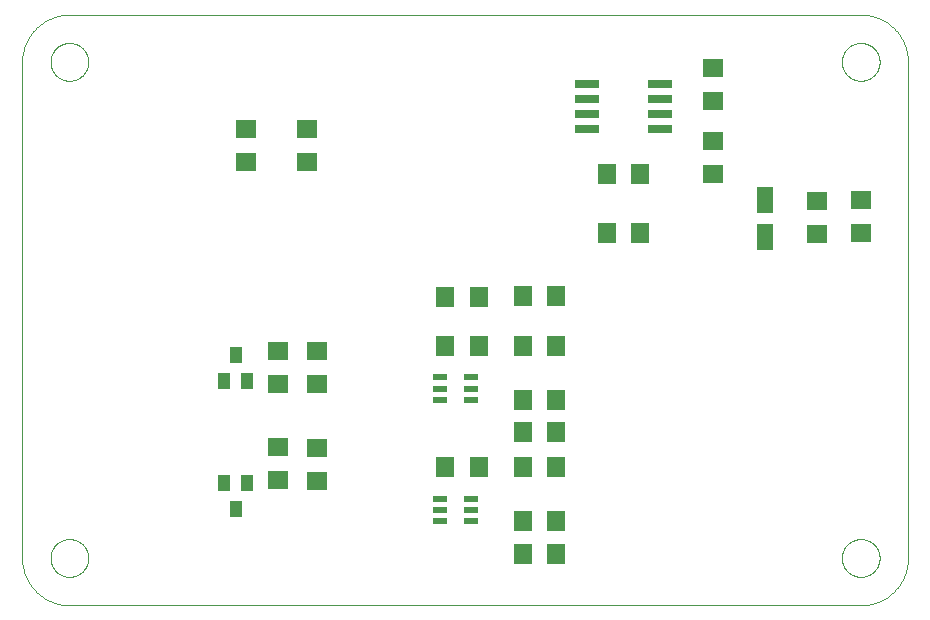
<source format=gtp>
G75*
%MOIN*%
%OFA0B0*%
%FSLAX25Y25*%
%IPPOS*%
%LPD*%
%AMOC8*
5,1,8,0,0,1.08239X$1,22.5*
%
%ADD10R,0.04803X0.02441*%
%ADD11R,0.03937X0.05512*%
%ADD12R,0.05512X0.08661*%
%ADD13R,0.06299X0.07098*%
%ADD14R,0.07098X0.06299*%
%ADD15R,0.07087X0.06299*%
%ADD16R,0.08000X0.02600*%
%ADD17R,0.06299X0.07087*%
%ADD18C,0.00000*%
D10*
X0211432Y0078700D03*
X0211432Y0082440D03*
X0211432Y0086180D03*
X0221668Y0086180D03*
X0221668Y0082440D03*
X0221668Y0078700D03*
X0221668Y0119200D03*
X0221668Y0122940D03*
X0221668Y0126680D03*
X0211432Y0126680D03*
X0211432Y0122940D03*
X0211432Y0119200D03*
D11*
X0146970Y0125349D03*
X0139490Y0125349D03*
X0143230Y0134011D03*
X0139490Y0091481D03*
X0146970Y0091481D03*
X0143230Y0082819D03*
D12*
X0319630Y0173291D03*
X0319630Y0185889D03*
D13*
X0250148Y0153690D03*
X0238952Y0153690D03*
X0224398Y0153440D03*
X0213202Y0153440D03*
X0213202Y0137190D03*
X0224398Y0137190D03*
X0238952Y0137190D03*
X0250148Y0137190D03*
X0250148Y0119190D03*
X0238952Y0119190D03*
X0238952Y0108440D03*
X0250148Y0108440D03*
X0250148Y0096690D03*
X0238952Y0096690D03*
X0224398Y0096690D03*
X0213202Y0096690D03*
X0238952Y0078690D03*
X0250148Y0078690D03*
X0250148Y0067690D03*
X0238952Y0067690D03*
D14*
X0170230Y0092052D03*
X0157230Y0092302D03*
X0157230Y0103498D03*
X0170230Y0103248D03*
X0170230Y0124362D03*
X0157230Y0124302D03*
X0157230Y0135498D03*
X0170230Y0135558D03*
X0167150Y0198332D03*
X0167150Y0209528D03*
X0146840Y0209528D03*
X0146840Y0198332D03*
D15*
X0302480Y0194448D03*
X0302480Y0205472D03*
X0302450Y0218638D03*
X0302450Y0229662D03*
X0336980Y0185352D03*
X0351740Y0185772D03*
X0351740Y0174748D03*
X0336980Y0174328D03*
D16*
X0284710Y0209450D03*
X0284710Y0214450D03*
X0284710Y0219450D03*
X0284710Y0224450D03*
X0260510Y0224450D03*
X0260510Y0219450D03*
X0260510Y0214450D03*
X0260510Y0209450D03*
D17*
X0267128Y0194380D03*
X0278152Y0194380D03*
X0278062Y0174900D03*
X0267038Y0174900D03*
D18*
X0351628Y0050700D02*
X0087848Y0050700D01*
X0081549Y0066448D02*
X0081551Y0066606D01*
X0081557Y0066764D01*
X0081567Y0066922D01*
X0081581Y0067080D01*
X0081599Y0067237D01*
X0081620Y0067394D01*
X0081646Y0067550D01*
X0081676Y0067706D01*
X0081709Y0067861D01*
X0081747Y0068014D01*
X0081788Y0068167D01*
X0081833Y0068319D01*
X0081882Y0068470D01*
X0081935Y0068619D01*
X0081991Y0068767D01*
X0082051Y0068913D01*
X0082115Y0069058D01*
X0082183Y0069201D01*
X0082254Y0069343D01*
X0082328Y0069483D01*
X0082406Y0069620D01*
X0082488Y0069756D01*
X0082572Y0069890D01*
X0082661Y0070021D01*
X0082752Y0070150D01*
X0082847Y0070277D01*
X0082944Y0070402D01*
X0083045Y0070524D01*
X0083149Y0070643D01*
X0083256Y0070760D01*
X0083366Y0070874D01*
X0083479Y0070985D01*
X0083594Y0071094D01*
X0083712Y0071199D01*
X0083833Y0071301D01*
X0083956Y0071401D01*
X0084082Y0071497D01*
X0084210Y0071590D01*
X0084340Y0071680D01*
X0084473Y0071766D01*
X0084608Y0071850D01*
X0084744Y0071929D01*
X0084883Y0072006D01*
X0085024Y0072078D01*
X0085166Y0072148D01*
X0085310Y0072213D01*
X0085456Y0072275D01*
X0085603Y0072333D01*
X0085752Y0072388D01*
X0085902Y0072439D01*
X0086053Y0072486D01*
X0086205Y0072529D01*
X0086358Y0072568D01*
X0086513Y0072604D01*
X0086668Y0072635D01*
X0086824Y0072663D01*
X0086980Y0072687D01*
X0087137Y0072707D01*
X0087295Y0072723D01*
X0087452Y0072735D01*
X0087611Y0072743D01*
X0087769Y0072747D01*
X0087927Y0072747D01*
X0088085Y0072743D01*
X0088244Y0072735D01*
X0088401Y0072723D01*
X0088559Y0072707D01*
X0088716Y0072687D01*
X0088872Y0072663D01*
X0089028Y0072635D01*
X0089183Y0072604D01*
X0089338Y0072568D01*
X0089491Y0072529D01*
X0089643Y0072486D01*
X0089794Y0072439D01*
X0089944Y0072388D01*
X0090093Y0072333D01*
X0090240Y0072275D01*
X0090386Y0072213D01*
X0090530Y0072148D01*
X0090672Y0072078D01*
X0090813Y0072006D01*
X0090952Y0071929D01*
X0091088Y0071850D01*
X0091223Y0071766D01*
X0091356Y0071680D01*
X0091486Y0071590D01*
X0091614Y0071497D01*
X0091740Y0071401D01*
X0091863Y0071301D01*
X0091984Y0071199D01*
X0092102Y0071094D01*
X0092217Y0070985D01*
X0092330Y0070874D01*
X0092440Y0070760D01*
X0092547Y0070643D01*
X0092651Y0070524D01*
X0092752Y0070402D01*
X0092849Y0070277D01*
X0092944Y0070150D01*
X0093035Y0070021D01*
X0093124Y0069890D01*
X0093208Y0069756D01*
X0093290Y0069620D01*
X0093368Y0069483D01*
X0093442Y0069343D01*
X0093513Y0069201D01*
X0093581Y0069058D01*
X0093645Y0068913D01*
X0093705Y0068767D01*
X0093761Y0068619D01*
X0093814Y0068470D01*
X0093863Y0068319D01*
X0093908Y0068167D01*
X0093949Y0068014D01*
X0093987Y0067861D01*
X0094020Y0067706D01*
X0094050Y0067550D01*
X0094076Y0067394D01*
X0094097Y0067237D01*
X0094115Y0067080D01*
X0094129Y0066922D01*
X0094139Y0066764D01*
X0094145Y0066606D01*
X0094147Y0066448D01*
X0094145Y0066290D01*
X0094139Y0066132D01*
X0094129Y0065974D01*
X0094115Y0065816D01*
X0094097Y0065659D01*
X0094076Y0065502D01*
X0094050Y0065346D01*
X0094020Y0065190D01*
X0093987Y0065035D01*
X0093949Y0064882D01*
X0093908Y0064729D01*
X0093863Y0064577D01*
X0093814Y0064426D01*
X0093761Y0064277D01*
X0093705Y0064129D01*
X0093645Y0063983D01*
X0093581Y0063838D01*
X0093513Y0063695D01*
X0093442Y0063553D01*
X0093368Y0063413D01*
X0093290Y0063276D01*
X0093208Y0063140D01*
X0093124Y0063006D01*
X0093035Y0062875D01*
X0092944Y0062746D01*
X0092849Y0062619D01*
X0092752Y0062494D01*
X0092651Y0062372D01*
X0092547Y0062253D01*
X0092440Y0062136D01*
X0092330Y0062022D01*
X0092217Y0061911D01*
X0092102Y0061802D01*
X0091984Y0061697D01*
X0091863Y0061595D01*
X0091740Y0061495D01*
X0091614Y0061399D01*
X0091486Y0061306D01*
X0091356Y0061216D01*
X0091223Y0061130D01*
X0091088Y0061046D01*
X0090952Y0060967D01*
X0090813Y0060890D01*
X0090672Y0060818D01*
X0090530Y0060748D01*
X0090386Y0060683D01*
X0090240Y0060621D01*
X0090093Y0060563D01*
X0089944Y0060508D01*
X0089794Y0060457D01*
X0089643Y0060410D01*
X0089491Y0060367D01*
X0089338Y0060328D01*
X0089183Y0060292D01*
X0089028Y0060261D01*
X0088872Y0060233D01*
X0088716Y0060209D01*
X0088559Y0060189D01*
X0088401Y0060173D01*
X0088244Y0060161D01*
X0088085Y0060153D01*
X0087927Y0060149D01*
X0087769Y0060149D01*
X0087611Y0060153D01*
X0087452Y0060161D01*
X0087295Y0060173D01*
X0087137Y0060189D01*
X0086980Y0060209D01*
X0086824Y0060233D01*
X0086668Y0060261D01*
X0086513Y0060292D01*
X0086358Y0060328D01*
X0086205Y0060367D01*
X0086053Y0060410D01*
X0085902Y0060457D01*
X0085752Y0060508D01*
X0085603Y0060563D01*
X0085456Y0060621D01*
X0085310Y0060683D01*
X0085166Y0060748D01*
X0085024Y0060818D01*
X0084883Y0060890D01*
X0084744Y0060967D01*
X0084608Y0061046D01*
X0084473Y0061130D01*
X0084340Y0061216D01*
X0084210Y0061306D01*
X0084082Y0061399D01*
X0083956Y0061495D01*
X0083833Y0061595D01*
X0083712Y0061697D01*
X0083594Y0061802D01*
X0083479Y0061911D01*
X0083366Y0062022D01*
X0083256Y0062136D01*
X0083149Y0062253D01*
X0083045Y0062372D01*
X0082944Y0062494D01*
X0082847Y0062619D01*
X0082752Y0062746D01*
X0082661Y0062875D01*
X0082572Y0063006D01*
X0082488Y0063140D01*
X0082406Y0063276D01*
X0082328Y0063413D01*
X0082254Y0063553D01*
X0082183Y0063695D01*
X0082115Y0063838D01*
X0082051Y0063983D01*
X0081991Y0064129D01*
X0081935Y0064277D01*
X0081882Y0064426D01*
X0081833Y0064577D01*
X0081788Y0064729D01*
X0081747Y0064882D01*
X0081709Y0065035D01*
X0081676Y0065190D01*
X0081646Y0065346D01*
X0081620Y0065502D01*
X0081599Y0065659D01*
X0081581Y0065816D01*
X0081567Y0065974D01*
X0081557Y0066132D01*
X0081551Y0066290D01*
X0081549Y0066448D01*
X0072100Y0066448D02*
X0072105Y0066067D01*
X0072118Y0065687D01*
X0072141Y0065307D01*
X0072174Y0064928D01*
X0072215Y0064550D01*
X0072265Y0064173D01*
X0072325Y0063797D01*
X0072393Y0063422D01*
X0072471Y0063050D01*
X0072558Y0062679D01*
X0072653Y0062311D01*
X0072758Y0061945D01*
X0072871Y0061582D01*
X0072993Y0061221D01*
X0073123Y0060864D01*
X0073263Y0060510D01*
X0073410Y0060159D01*
X0073567Y0059812D01*
X0073731Y0059469D01*
X0073904Y0059130D01*
X0074085Y0058795D01*
X0074274Y0058464D01*
X0074471Y0058139D01*
X0074675Y0057818D01*
X0074888Y0057502D01*
X0075108Y0057192D01*
X0075335Y0056886D01*
X0075570Y0056587D01*
X0075812Y0056293D01*
X0076060Y0056005D01*
X0076316Y0055723D01*
X0076579Y0055448D01*
X0076848Y0055179D01*
X0077123Y0054916D01*
X0077405Y0054660D01*
X0077693Y0054412D01*
X0077987Y0054170D01*
X0078286Y0053935D01*
X0078592Y0053708D01*
X0078902Y0053488D01*
X0079218Y0053275D01*
X0079539Y0053071D01*
X0079864Y0052874D01*
X0080195Y0052685D01*
X0080530Y0052504D01*
X0080869Y0052331D01*
X0081212Y0052167D01*
X0081559Y0052010D01*
X0081910Y0051863D01*
X0082264Y0051723D01*
X0082621Y0051593D01*
X0082982Y0051471D01*
X0083345Y0051358D01*
X0083711Y0051253D01*
X0084079Y0051158D01*
X0084450Y0051071D01*
X0084822Y0050993D01*
X0085197Y0050925D01*
X0085573Y0050865D01*
X0085950Y0050815D01*
X0086328Y0050774D01*
X0086707Y0050741D01*
X0087087Y0050718D01*
X0087467Y0050705D01*
X0087848Y0050700D01*
X0072100Y0066448D02*
X0072100Y0231802D01*
X0081549Y0231802D02*
X0081551Y0231960D01*
X0081557Y0232118D01*
X0081567Y0232276D01*
X0081581Y0232434D01*
X0081599Y0232591D01*
X0081620Y0232748D01*
X0081646Y0232904D01*
X0081676Y0233060D01*
X0081709Y0233215D01*
X0081747Y0233368D01*
X0081788Y0233521D01*
X0081833Y0233673D01*
X0081882Y0233824D01*
X0081935Y0233973D01*
X0081991Y0234121D01*
X0082051Y0234267D01*
X0082115Y0234412D01*
X0082183Y0234555D01*
X0082254Y0234697D01*
X0082328Y0234837D01*
X0082406Y0234974D01*
X0082488Y0235110D01*
X0082572Y0235244D01*
X0082661Y0235375D01*
X0082752Y0235504D01*
X0082847Y0235631D01*
X0082944Y0235756D01*
X0083045Y0235878D01*
X0083149Y0235997D01*
X0083256Y0236114D01*
X0083366Y0236228D01*
X0083479Y0236339D01*
X0083594Y0236448D01*
X0083712Y0236553D01*
X0083833Y0236655D01*
X0083956Y0236755D01*
X0084082Y0236851D01*
X0084210Y0236944D01*
X0084340Y0237034D01*
X0084473Y0237120D01*
X0084608Y0237204D01*
X0084744Y0237283D01*
X0084883Y0237360D01*
X0085024Y0237432D01*
X0085166Y0237502D01*
X0085310Y0237567D01*
X0085456Y0237629D01*
X0085603Y0237687D01*
X0085752Y0237742D01*
X0085902Y0237793D01*
X0086053Y0237840D01*
X0086205Y0237883D01*
X0086358Y0237922D01*
X0086513Y0237958D01*
X0086668Y0237989D01*
X0086824Y0238017D01*
X0086980Y0238041D01*
X0087137Y0238061D01*
X0087295Y0238077D01*
X0087452Y0238089D01*
X0087611Y0238097D01*
X0087769Y0238101D01*
X0087927Y0238101D01*
X0088085Y0238097D01*
X0088244Y0238089D01*
X0088401Y0238077D01*
X0088559Y0238061D01*
X0088716Y0238041D01*
X0088872Y0238017D01*
X0089028Y0237989D01*
X0089183Y0237958D01*
X0089338Y0237922D01*
X0089491Y0237883D01*
X0089643Y0237840D01*
X0089794Y0237793D01*
X0089944Y0237742D01*
X0090093Y0237687D01*
X0090240Y0237629D01*
X0090386Y0237567D01*
X0090530Y0237502D01*
X0090672Y0237432D01*
X0090813Y0237360D01*
X0090952Y0237283D01*
X0091088Y0237204D01*
X0091223Y0237120D01*
X0091356Y0237034D01*
X0091486Y0236944D01*
X0091614Y0236851D01*
X0091740Y0236755D01*
X0091863Y0236655D01*
X0091984Y0236553D01*
X0092102Y0236448D01*
X0092217Y0236339D01*
X0092330Y0236228D01*
X0092440Y0236114D01*
X0092547Y0235997D01*
X0092651Y0235878D01*
X0092752Y0235756D01*
X0092849Y0235631D01*
X0092944Y0235504D01*
X0093035Y0235375D01*
X0093124Y0235244D01*
X0093208Y0235110D01*
X0093290Y0234974D01*
X0093368Y0234837D01*
X0093442Y0234697D01*
X0093513Y0234555D01*
X0093581Y0234412D01*
X0093645Y0234267D01*
X0093705Y0234121D01*
X0093761Y0233973D01*
X0093814Y0233824D01*
X0093863Y0233673D01*
X0093908Y0233521D01*
X0093949Y0233368D01*
X0093987Y0233215D01*
X0094020Y0233060D01*
X0094050Y0232904D01*
X0094076Y0232748D01*
X0094097Y0232591D01*
X0094115Y0232434D01*
X0094129Y0232276D01*
X0094139Y0232118D01*
X0094145Y0231960D01*
X0094147Y0231802D01*
X0094145Y0231644D01*
X0094139Y0231486D01*
X0094129Y0231328D01*
X0094115Y0231170D01*
X0094097Y0231013D01*
X0094076Y0230856D01*
X0094050Y0230700D01*
X0094020Y0230544D01*
X0093987Y0230389D01*
X0093949Y0230236D01*
X0093908Y0230083D01*
X0093863Y0229931D01*
X0093814Y0229780D01*
X0093761Y0229631D01*
X0093705Y0229483D01*
X0093645Y0229337D01*
X0093581Y0229192D01*
X0093513Y0229049D01*
X0093442Y0228907D01*
X0093368Y0228767D01*
X0093290Y0228630D01*
X0093208Y0228494D01*
X0093124Y0228360D01*
X0093035Y0228229D01*
X0092944Y0228100D01*
X0092849Y0227973D01*
X0092752Y0227848D01*
X0092651Y0227726D01*
X0092547Y0227607D01*
X0092440Y0227490D01*
X0092330Y0227376D01*
X0092217Y0227265D01*
X0092102Y0227156D01*
X0091984Y0227051D01*
X0091863Y0226949D01*
X0091740Y0226849D01*
X0091614Y0226753D01*
X0091486Y0226660D01*
X0091356Y0226570D01*
X0091223Y0226484D01*
X0091088Y0226400D01*
X0090952Y0226321D01*
X0090813Y0226244D01*
X0090672Y0226172D01*
X0090530Y0226102D01*
X0090386Y0226037D01*
X0090240Y0225975D01*
X0090093Y0225917D01*
X0089944Y0225862D01*
X0089794Y0225811D01*
X0089643Y0225764D01*
X0089491Y0225721D01*
X0089338Y0225682D01*
X0089183Y0225646D01*
X0089028Y0225615D01*
X0088872Y0225587D01*
X0088716Y0225563D01*
X0088559Y0225543D01*
X0088401Y0225527D01*
X0088244Y0225515D01*
X0088085Y0225507D01*
X0087927Y0225503D01*
X0087769Y0225503D01*
X0087611Y0225507D01*
X0087452Y0225515D01*
X0087295Y0225527D01*
X0087137Y0225543D01*
X0086980Y0225563D01*
X0086824Y0225587D01*
X0086668Y0225615D01*
X0086513Y0225646D01*
X0086358Y0225682D01*
X0086205Y0225721D01*
X0086053Y0225764D01*
X0085902Y0225811D01*
X0085752Y0225862D01*
X0085603Y0225917D01*
X0085456Y0225975D01*
X0085310Y0226037D01*
X0085166Y0226102D01*
X0085024Y0226172D01*
X0084883Y0226244D01*
X0084744Y0226321D01*
X0084608Y0226400D01*
X0084473Y0226484D01*
X0084340Y0226570D01*
X0084210Y0226660D01*
X0084082Y0226753D01*
X0083956Y0226849D01*
X0083833Y0226949D01*
X0083712Y0227051D01*
X0083594Y0227156D01*
X0083479Y0227265D01*
X0083366Y0227376D01*
X0083256Y0227490D01*
X0083149Y0227607D01*
X0083045Y0227726D01*
X0082944Y0227848D01*
X0082847Y0227973D01*
X0082752Y0228100D01*
X0082661Y0228229D01*
X0082572Y0228360D01*
X0082488Y0228494D01*
X0082406Y0228630D01*
X0082328Y0228767D01*
X0082254Y0228907D01*
X0082183Y0229049D01*
X0082115Y0229192D01*
X0082051Y0229337D01*
X0081991Y0229483D01*
X0081935Y0229631D01*
X0081882Y0229780D01*
X0081833Y0229931D01*
X0081788Y0230083D01*
X0081747Y0230236D01*
X0081709Y0230389D01*
X0081676Y0230544D01*
X0081646Y0230700D01*
X0081620Y0230856D01*
X0081599Y0231013D01*
X0081581Y0231170D01*
X0081567Y0231328D01*
X0081557Y0231486D01*
X0081551Y0231644D01*
X0081549Y0231802D01*
X0072100Y0231802D02*
X0072105Y0232183D01*
X0072118Y0232563D01*
X0072141Y0232943D01*
X0072174Y0233322D01*
X0072215Y0233700D01*
X0072265Y0234077D01*
X0072325Y0234453D01*
X0072393Y0234828D01*
X0072471Y0235200D01*
X0072558Y0235571D01*
X0072653Y0235939D01*
X0072758Y0236305D01*
X0072871Y0236668D01*
X0072993Y0237029D01*
X0073123Y0237386D01*
X0073263Y0237740D01*
X0073410Y0238091D01*
X0073567Y0238438D01*
X0073731Y0238781D01*
X0073904Y0239120D01*
X0074085Y0239455D01*
X0074274Y0239786D01*
X0074471Y0240111D01*
X0074675Y0240432D01*
X0074888Y0240748D01*
X0075108Y0241058D01*
X0075335Y0241364D01*
X0075570Y0241663D01*
X0075812Y0241957D01*
X0076060Y0242245D01*
X0076316Y0242527D01*
X0076579Y0242802D01*
X0076848Y0243071D01*
X0077123Y0243334D01*
X0077405Y0243590D01*
X0077693Y0243838D01*
X0077987Y0244080D01*
X0078286Y0244315D01*
X0078592Y0244542D01*
X0078902Y0244762D01*
X0079218Y0244975D01*
X0079539Y0245179D01*
X0079864Y0245376D01*
X0080195Y0245565D01*
X0080530Y0245746D01*
X0080869Y0245919D01*
X0081212Y0246083D01*
X0081559Y0246240D01*
X0081910Y0246387D01*
X0082264Y0246527D01*
X0082621Y0246657D01*
X0082982Y0246779D01*
X0083345Y0246892D01*
X0083711Y0246997D01*
X0084079Y0247092D01*
X0084450Y0247179D01*
X0084822Y0247257D01*
X0085197Y0247325D01*
X0085573Y0247385D01*
X0085950Y0247435D01*
X0086328Y0247476D01*
X0086707Y0247509D01*
X0087087Y0247532D01*
X0087467Y0247545D01*
X0087848Y0247550D01*
X0351628Y0247550D01*
X0345329Y0231802D02*
X0345331Y0231960D01*
X0345337Y0232118D01*
X0345347Y0232276D01*
X0345361Y0232434D01*
X0345379Y0232591D01*
X0345400Y0232748D01*
X0345426Y0232904D01*
X0345456Y0233060D01*
X0345489Y0233215D01*
X0345527Y0233368D01*
X0345568Y0233521D01*
X0345613Y0233673D01*
X0345662Y0233824D01*
X0345715Y0233973D01*
X0345771Y0234121D01*
X0345831Y0234267D01*
X0345895Y0234412D01*
X0345963Y0234555D01*
X0346034Y0234697D01*
X0346108Y0234837D01*
X0346186Y0234974D01*
X0346268Y0235110D01*
X0346352Y0235244D01*
X0346441Y0235375D01*
X0346532Y0235504D01*
X0346627Y0235631D01*
X0346724Y0235756D01*
X0346825Y0235878D01*
X0346929Y0235997D01*
X0347036Y0236114D01*
X0347146Y0236228D01*
X0347259Y0236339D01*
X0347374Y0236448D01*
X0347492Y0236553D01*
X0347613Y0236655D01*
X0347736Y0236755D01*
X0347862Y0236851D01*
X0347990Y0236944D01*
X0348120Y0237034D01*
X0348253Y0237120D01*
X0348388Y0237204D01*
X0348524Y0237283D01*
X0348663Y0237360D01*
X0348804Y0237432D01*
X0348946Y0237502D01*
X0349090Y0237567D01*
X0349236Y0237629D01*
X0349383Y0237687D01*
X0349532Y0237742D01*
X0349682Y0237793D01*
X0349833Y0237840D01*
X0349985Y0237883D01*
X0350138Y0237922D01*
X0350293Y0237958D01*
X0350448Y0237989D01*
X0350604Y0238017D01*
X0350760Y0238041D01*
X0350917Y0238061D01*
X0351075Y0238077D01*
X0351232Y0238089D01*
X0351391Y0238097D01*
X0351549Y0238101D01*
X0351707Y0238101D01*
X0351865Y0238097D01*
X0352024Y0238089D01*
X0352181Y0238077D01*
X0352339Y0238061D01*
X0352496Y0238041D01*
X0352652Y0238017D01*
X0352808Y0237989D01*
X0352963Y0237958D01*
X0353118Y0237922D01*
X0353271Y0237883D01*
X0353423Y0237840D01*
X0353574Y0237793D01*
X0353724Y0237742D01*
X0353873Y0237687D01*
X0354020Y0237629D01*
X0354166Y0237567D01*
X0354310Y0237502D01*
X0354452Y0237432D01*
X0354593Y0237360D01*
X0354732Y0237283D01*
X0354868Y0237204D01*
X0355003Y0237120D01*
X0355136Y0237034D01*
X0355266Y0236944D01*
X0355394Y0236851D01*
X0355520Y0236755D01*
X0355643Y0236655D01*
X0355764Y0236553D01*
X0355882Y0236448D01*
X0355997Y0236339D01*
X0356110Y0236228D01*
X0356220Y0236114D01*
X0356327Y0235997D01*
X0356431Y0235878D01*
X0356532Y0235756D01*
X0356629Y0235631D01*
X0356724Y0235504D01*
X0356815Y0235375D01*
X0356904Y0235244D01*
X0356988Y0235110D01*
X0357070Y0234974D01*
X0357148Y0234837D01*
X0357222Y0234697D01*
X0357293Y0234555D01*
X0357361Y0234412D01*
X0357425Y0234267D01*
X0357485Y0234121D01*
X0357541Y0233973D01*
X0357594Y0233824D01*
X0357643Y0233673D01*
X0357688Y0233521D01*
X0357729Y0233368D01*
X0357767Y0233215D01*
X0357800Y0233060D01*
X0357830Y0232904D01*
X0357856Y0232748D01*
X0357877Y0232591D01*
X0357895Y0232434D01*
X0357909Y0232276D01*
X0357919Y0232118D01*
X0357925Y0231960D01*
X0357927Y0231802D01*
X0357925Y0231644D01*
X0357919Y0231486D01*
X0357909Y0231328D01*
X0357895Y0231170D01*
X0357877Y0231013D01*
X0357856Y0230856D01*
X0357830Y0230700D01*
X0357800Y0230544D01*
X0357767Y0230389D01*
X0357729Y0230236D01*
X0357688Y0230083D01*
X0357643Y0229931D01*
X0357594Y0229780D01*
X0357541Y0229631D01*
X0357485Y0229483D01*
X0357425Y0229337D01*
X0357361Y0229192D01*
X0357293Y0229049D01*
X0357222Y0228907D01*
X0357148Y0228767D01*
X0357070Y0228630D01*
X0356988Y0228494D01*
X0356904Y0228360D01*
X0356815Y0228229D01*
X0356724Y0228100D01*
X0356629Y0227973D01*
X0356532Y0227848D01*
X0356431Y0227726D01*
X0356327Y0227607D01*
X0356220Y0227490D01*
X0356110Y0227376D01*
X0355997Y0227265D01*
X0355882Y0227156D01*
X0355764Y0227051D01*
X0355643Y0226949D01*
X0355520Y0226849D01*
X0355394Y0226753D01*
X0355266Y0226660D01*
X0355136Y0226570D01*
X0355003Y0226484D01*
X0354868Y0226400D01*
X0354732Y0226321D01*
X0354593Y0226244D01*
X0354452Y0226172D01*
X0354310Y0226102D01*
X0354166Y0226037D01*
X0354020Y0225975D01*
X0353873Y0225917D01*
X0353724Y0225862D01*
X0353574Y0225811D01*
X0353423Y0225764D01*
X0353271Y0225721D01*
X0353118Y0225682D01*
X0352963Y0225646D01*
X0352808Y0225615D01*
X0352652Y0225587D01*
X0352496Y0225563D01*
X0352339Y0225543D01*
X0352181Y0225527D01*
X0352024Y0225515D01*
X0351865Y0225507D01*
X0351707Y0225503D01*
X0351549Y0225503D01*
X0351391Y0225507D01*
X0351232Y0225515D01*
X0351075Y0225527D01*
X0350917Y0225543D01*
X0350760Y0225563D01*
X0350604Y0225587D01*
X0350448Y0225615D01*
X0350293Y0225646D01*
X0350138Y0225682D01*
X0349985Y0225721D01*
X0349833Y0225764D01*
X0349682Y0225811D01*
X0349532Y0225862D01*
X0349383Y0225917D01*
X0349236Y0225975D01*
X0349090Y0226037D01*
X0348946Y0226102D01*
X0348804Y0226172D01*
X0348663Y0226244D01*
X0348524Y0226321D01*
X0348388Y0226400D01*
X0348253Y0226484D01*
X0348120Y0226570D01*
X0347990Y0226660D01*
X0347862Y0226753D01*
X0347736Y0226849D01*
X0347613Y0226949D01*
X0347492Y0227051D01*
X0347374Y0227156D01*
X0347259Y0227265D01*
X0347146Y0227376D01*
X0347036Y0227490D01*
X0346929Y0227607D01*
X0346825Y0227726D01*
X0346724Y0227848D01*
X0346627Y0227973D01*
X0346532Y0228100D01*
X0346441Y0228229D01*
X0346352Y0228360D01*
X0346268Y0228494D01*
X0346186Y0228630D01*
X0346108Y0228767D01*
X0346034Y0228907D01*
X0345963Y0229049D01*
X0345895Y0229192D01*
X0345831Y0229337D01*
X0345771Y0229483D01*
X0345715Y0229631D01*
X0345662Y0229780D01*
X0345613Y0229931D01*
X0345568Y0230083D01*
X0345527Y0230236D01*
X0345489Y0230389D01*
X0345456Y0230544D01*
X0345426Y0230700D01*
X0345400Y0230856D01*
X0345379Y0231013D01*
X0345361Y0231170D01*
X0345347Y0231328D01*
X0345337Y0231486D01*
X0345331Y0231644D01*
X0345329Y0231802D01*
X0351628Y0247550D02*
X0352009Y0247545D01*
X0352389Y0247532D01*
X0352769Y0247509D01*
X0353148Y0247476D01*
X0353526Y0247435D01*
X0353903Y0247385D01*
X0354279Y0247325D01*
X0354654Y0247257D01*
X0355026Y0247179D01*
X0355397Y0247092D01*
X0355765Y0246997D01*
X0356131Y0246892D01*
X0356494Y0246779D01*
X0356855Y0246657D01*
X0357212Y0246527D01*
X0357566Y0246387D01*
X0357917Y0246240D01*
X0358264Y0246083D01*
X0358607Y0245919D01*
X0358946Y0245746D01*
X0359281Y0245565D01*
X0359612Y0245376D01*
X0359937Y0245179D01*
X0360258Y0244975D01*
X0360574Y0244762D01*
X0360884Y0244542D01*
X0361190Y0244315D01*
X0361489Y0244080D01*
X0361783Y0243838D01*
X0362071Y0243590D01*
X0362353Y0243334D01*
X0362628Y0243071D01*
X0362897Y0242802D01*
X0363160Y0242527D01*
X0363416Y0242245D01*
X0363664Y0241957D01*
X0363906Y0241663D01*
X0364141Y0241364D01*
X0364368Y0241058D01*
X0364588Y0240748D01*
X0364801Y0240432D01*
X0365005Y0240111D01*
X0365202Y0239786D01*
X0365391Y0239455D01*
X0365572Y0239120D01*
X0365745Y0238781D01*
X0365909Y0238438D01*
X0366066Y0238091D01*
X0366213Y0237740D01*
X0366353Y0237386D01*
X0366483Y0237029D01*
X0366605Y0236668D01*
X0366718Y0236305D01*
X0366823Y0235939D01*
X0366918Y0235571D01*
X0367005Y0235200D01*
X0367083Y0234828D01*
X0367151Y0234453D01*
X0367211Y0234077D01*
X0367261Y0233700D01*
X0367302Y0233322D01*
X0367335Y0232943D01*
X0367358Y0232563D01*
X0367371Y0232183D01*
X0367376Y0231802D01*
X0367376Y0066448D01*
X0345329Y0066448D02*
X0345331Y0066606D01*
X0345337Y0066764D01*
X0345347Y0066922D01*
X0345361Y0067080D01*
X0345379Y0067237D01*
X0345400Y0067394D01*
X0345426Y0067550D01*
X0345456Y0067706D01*
X0345489Y0067861D01*
X0345527Y0068014D01*
X0345568Y0068167D01*
X0345613Y0068319D01*
X0345662Y0068470D01*
X0345715Y0068619D01*
X0345771Y0068767D01*
X0345831Y0068913D01*
X0345895Y0069058D01*
X0345963Y0069201D01*
X0346034Y0069343D01*
X0346108Y0069483D01*
X0346186Y0069620D01*
X0346268Y0069756D01*
X0346352Y0069890D01*
X0346441Y0070021D01*
X0346532Y0070150D01*
X0346627Y0070277D01*
X0346724Y0070402D01*
X0346825Y0070524D01*
X0346929Y0070643D01*
X0347036Y0070760D01*
X0347146Y0070874D01*
X0347259Y0070985D01*
X0347374Y0071094D01*
X0347492Y0071199D01*
X0347613Y0071301D01*
X0347736Y0071401D01*
X0347862Y0071497D01*
X0347990Y0071590D01*
X0348120Y0071680D01*
X0348253Y0071766D01*
X0348388Y0071850D01*
X0348524Y0071929D01*
X0348663Y0072006D01*
X0348804Y0072078D01*
X0348946Y0072148D01*
X0349090Y0072213D01*
X0349236Y0072275D01*
X0349383Y0072333D01*
X0349532Y0072388D01*
X0349682Y0072439D01*
X0349833Y0072486D01*
X0349985Y0072529D01*
X0350138Y0072568D01*
X0350293Y0072604D01*
X0350448Y0072635D01*
X0350604Y0072663D01*
X0350760Y0072687D01*
X0350917Y0072707D01*
X0351075Y0072723D01*
X0351232Y0072735D01*
X0351391Y0072743D01*
X0351549Y0072747D01*
X0351707Y0072747D01*
X0351865Y0072743D01*
X0352024Y0072735D01*
X0352181Y0072723D01*
X0352339Y0072707D01*
X0352496Y0072687D01*
X0352652Y0072663D01*
X0352808Y0072635D01*
X0352963Y0072604D01*
X0353118Y0072568D01*
X0353271Y0072529D01*
X0353423Y0072486D01*
X0353574Y0072439D01*
X0353724Y0072388D01*
X0353873Y0072333D01*
X0354020Y0072275D01*
X0354166Y0072213D01*
X0354310Y0072148D01*
X0354452Y0072078D01*
X0354593Y0072006D01*
X0354732Y0071929D01*
X0354868Y0071850D01*
X0355003Y0071766D01*
X0355136Y0071680D01*
X0355266Y0071590D01*
X0355394Y0071497D01*
X0355520Y0071401D01*
X0355643Y0071301D01*
X0355764Y0071199D01*
X0355882Y0071094D01*
X0355997Y0070985D01*
X0356110Y0070874D01*
X0356220Y0070760D01*
X0356327Y0070643D01*
X0356431Y0070524D01*
X0356532Y0070402D01*
X0356629Y0070277D01*
X0356724Y0070150D01*
X0356815Y0070021D01*
X0356904Y0069890D01*
X0356988Y0069756D01*
X0357070Y0069620D01*
X0357148Y0069483D01*
X0357222Y0069343D01*
X0357293Y0069201D01*
X0357361Y0069058D01*
X0357425Y0068913D01*
X0357485Y0068767D01*
X0357541Y0068619D01*
X0357594Y0068470D01*
X0357643Y0068319D01*
X0357688Y0068167D01*
X0357729Y0068014D01*
X0357767Y0067861D01*
X0357800Y0067706D01*
X0357830Y0067550D01*
X0357856Y0067394D01*
X0357877Y0067237D01*
X0357895Y0067080D01*
X0357909Y0066922D01*
X0357919Y0066764D01*
X0357925Y0066606D01*
X0357927Y0066448D01*
X0357925Y0066290D01*
X0357919Y0066132D01*
X0357909Y0065974D01*
X0357895Y0065816D01*
X0357877Y0065659D01*
X0357856Y0065502D01*
X0357830Y0065346D01*
X0357800Y0065190D01*
X0357767Y0065035D01*
X0357729Y0064882D01*
X0357688Y0064729D01*
X0357643Y0064577D01*
X0357594Y0064426D01*
X0357541Y0064277D01*
X0357485Y0064129D01*
X0357425Y0063983D01*
X0357361Y0063838D01*
X0357293Y0063695D01*
X0357222Y0063553D01*
X0357148Y0063413D01*
X0357070Y0063276D01*
X0356988Y0063140D01*
X0356904Y0063006D01*
X0356815Y0062875D01*
X0356724Y0062746D01*
X0356629Y0062619D01*
X0356532Y0062494D01*
X0356431Y0062372D01*
X0356327Y0062253D01*
X0356220Y0062136D01*
X0356110Y0062022D01*
X0355997Y0061911D01*
X0355882Y0061802D01*
X0355764Y0061697D01*
X0355643Y0061595D01*
X0355520Y0061495D01*
X0355394Y0061399D01*
X0355266Y0061306D01*
X0355136Y0061216D01*
X0355003Y0061130D01*
X0354868Y0061046D01*
X0354732Y0060967D01*
X0354593Y0060890D01*
X0354452Y0060818D01*
X0354310Y0060748D01*
X0354166Y0060683D01*
X0354020Y0060621D01*
X0353873Y0060563D01*
X0353724Y0060508D01*
X0353574Y0060457D01*
X0353423Y0060410D01*
X0353271Y0060367D01*
X0353118Y0060328D01*
X0352963Y0060292D01*
X0352808Y0060261D01*
X0352652Y0060233D01*
X0352496Y0060209D01*
X0352339Y0060189D01*
X0352181Y0060173D01*
X0352024Y0060161D01*
X0351865Y0060153D01*
X0351707Y0060149D01*
X0351549Y0060149D01*
X0351391Y0060153D01*
X0351232Y0060161D01*
X0351075Y0060173D01*
X0350917Y0060189D01*
X0350760Y0060209D01*
X0350604Y0060233D01*
X0350448Y0060261D01*
X0350293Y0060292D01*
X0350138Y0060328D01*
X0349985Y0060367D01*
X0349833Y0060410D01*
X0349682Y0060457D01*
X0349532Y0060508D01*
X0349383Y0060563D01*
X0349236Y0060621D01*
X0349090Y0060683D01*
X0348946Y0060748D01*
X0348804Y0060818D01*
X0348663Y0060890D01*
X0348524Y0060967D01*
X0348388Y0061046D01*
X0348253Y0061130D01*
X0348120Y0061216D01*
X0347990Y0061306D01*
X0347862Y0061399D01*
X0347736Y0061495D01*
X0347613Y0061595D01*
X0347492Y0061697D01*
X0347374Y0061802D01*
X0347259Y0061911D01*
X0347146Y0062022D01*
X0347036Y0062136D01*
X0346929Y0062253D01*
X0346825Y0062372D01*
X0346724Y0062494D01*
X0346627Y0062619D01*
X0346532Y0062746D01*
X0346441Y0062875D01*
X0346352Y0063006D01*
X0346268Y0063140D01*
X0346186Y0063276D01*
X0346108Y0063413D01*
X0346034Y0063553D01*
X0345963Y0063695D01*
X0345895Y0063838D01*
X0345831Y0063983D01*
X0345771Y0064129D01*
X0345715Y0064277D01*
X0345662Y0064426D01*
X0345613Y0064577D01*
X0345568Y0064729D01*
X0345527Y0064882D01*
X0345489Y0065035D01*
X0345456Y0065190D01*
X0345426Y0065346D01*
X0345400Y0065502D01*
X0345379Y0065659D01*
X0345361Y0065816D01*
X0345347Y0065974D01*
X0345337Y0066132D01*
X0345331Y0066290D01*
X0345329Y0066448D01*
X0351628Y0050700D02*
X0352009Y0050705D01*
X0352389Y0050718D01*
X0352769Y0050741D01*
X0353148Y0050774D01*
X0353526Y0050815D01*
X0353903Y0050865D01*
X0354279Y0050925D01*
X0354654Y0050993D01*
X0355026Y0051071D01*
X0355397Y0051158D01*
X0355765Y0051253D01*
X0356131Y0051358D01*
X0356494Y0051471D01*
X0356855Y0051593D01*
X0357212Y0051723D01*
X0357566Y0051863D01*
X0357917Y0052010D01*
X0358264Y0052167D01*
X0358607Y0052331D01*
X0358946Y0052504D01*
X0359281Y0052685D01*
X0359612Y0052874D01*
X0359937Y0053071D01*
X0360258Y0053275D01*
X0360574Y0053488D01*
X0360884Y0053708D01*
X0361190Y0053935D01*
X0361489Y0054170D01*
X0361783Y0054412D01*
X0362071Y0054660D01*
X0362353Y0054916D01*
X0362628Y0055179D01*
X0362897Y0055448D01*
X0363160Y0055723D01*
X0363416Y0056005D01*
X0363664Y0056293D01*
X0363906Y0056587D01*
X0364141Y0056886D01*
X0364368Y0057192D01*
X0364588Y0057502D01*
X0364801Y0057818D01*
X0365005Y0058139D01*
X0365202Y0058464D01*
X0365391Y0058795D01*
X0365572Y0059130D01*
X0365745Y0059469D01*
X0365909Y0059812D01*
X0366066Y0060159D01*
X0366213Y0060510D01*
X0366353Y0060864D01*
X0366483Y0061221D01*
X0366605Y0061582D01*
X0366718Y0061945D01*
X0366823Y0062311D01*
X0366918Y0062679D01*
X0367005Y0063050D01*
X0367083Y0063422D01*
X0367151Y0063797D01*
X0367211Y0064173D01*
X0367261Y0064550D01*
X0367302Y0064928D01*
X0367335Y0065307D01*
X0367358Y0065687D01*
X0367371Y0066067D01*
X0367376Y0066448D01*
M02*

</source>
